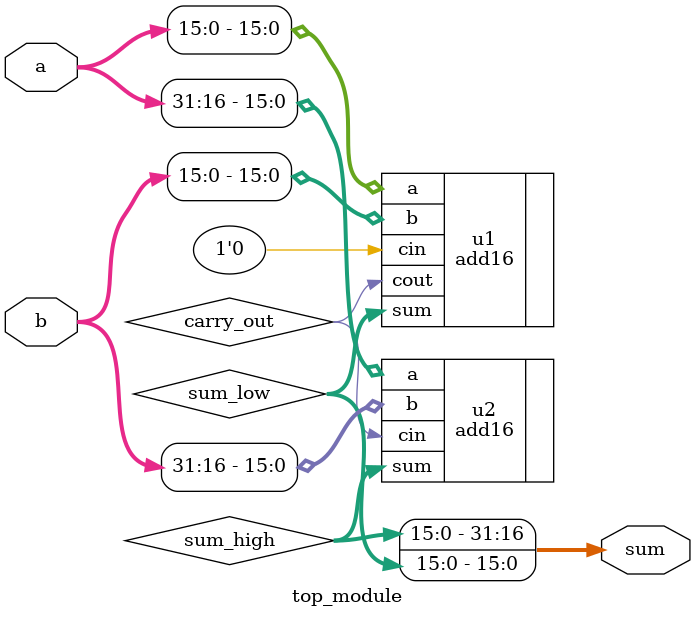
<source format=v>
module top_module(
    input [31:0] a,
    input [31:0] b,
    output [31:0] sum
);
    wire [15:0] sum_low;
    wire [15:0] sum_high;
    wire carry_out;

    add16 u1 ( .a(a[15:0]),  .b(b[15:0]),  .sum(sum_low),  .cin(1'b0),      .cout(carry_out) );
    add16 u2 ( .a(a[31:16]), .b(b[31:16]), .sum(sum_high), .cin(carry_out),                  );

    assign sum = {sum_high, sum_low};
endmodule
</source>
